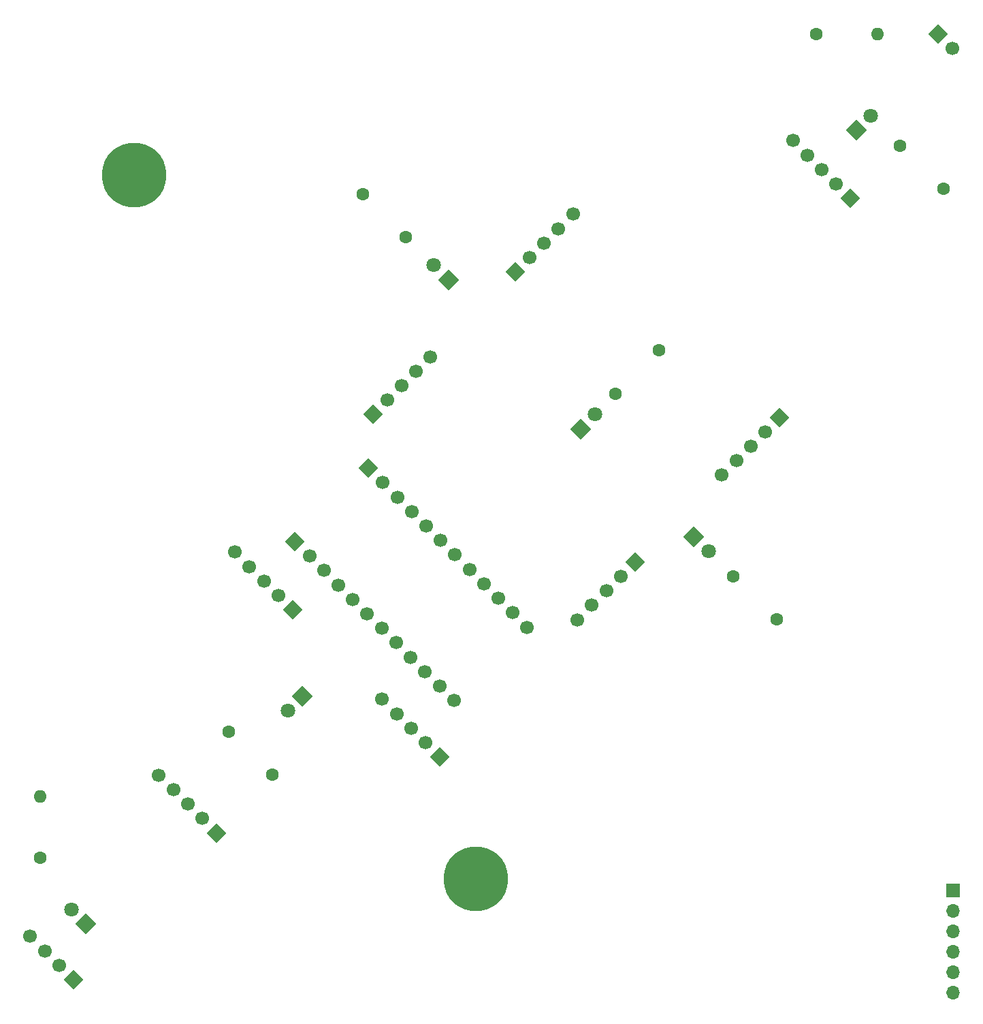
<source format=gbr>
%TF.GenerationSoftware,KiCad,Pcbnew,8.0.1*%
%TF.CreationDate,2024-04-24T16:38:57-04:00*%
%TF.ProjectId,RGBsensorBoard,52474273-656e-4736-9f72-426f6172642e,rev?*%
%TF.SameCoordinates,Original*%
%TF.FileFunction,Soldermask,Top*%
%TF.FilePolarity,Negative*%
%FSLAX46Y46*%
G04 Gerber Fmt 4.6, Leading zero omitted, Abs format (unit mm)*
G04 Created by KiCad (PCBNEW 8.0.1) date 2024-04-24 16:38:57*
%MOMM*%
%LPD*%
G01*
G04 APERTURE LIST*
G04 Aperture macros list*
%AMHorizOval*
0 Thick line with rounded ends*
0 $1 width*
0 $2 $3 position (X,Y) of the first rounded end (center of the circle)*
0 $4 $5 position (X,Y) of the second rounded end (center of the circle)*
0 Add line between two ends*
20,1,$1,$2,$3,$4,$5,0*
0 Add two circle primitives to create the rounded ends*
1,1,$1,$2,$3*
1,1,$1,$4,$5*%
%AMRotRect*
0 Rectangle, with rotation*
0 The origin of the aperture is its center*
0 $1 length*
0 $2 width*
0 $3 Rotation angle, in degrees counterclockwise*
0 Add horizontal line*
21,1,$1,$2,0,0,$3*%
G04 Aperture macros list end*
%ADD10RotRect,1.700000X1.700000X45.000000*%
%ADD11HorizOval,1.700000X0.000000X0.000000X0.000000X0.000000X0*%
%ADD12R,1.700000X1.700000*%
%ADD13O,1.700000X1.700000*%
%ADD14C,1.600000*%
%ADD15O,1.600000X1.600000*%
%ADD16HorizOval,1.700000X0.000000X0.000000X0.000000X0.000000X0*%
%ADD17RotRect,1.700000X1.700000X225.000000*%
%ADD18C,4.400000*%
%ADD19C,8.000000*%
%ADD20HorizOval,1.600000X0.000000X0.000000X0.000000X0.000000X0*%
%ADD21HorizOval,1.600000X0.000000X0.000000X0.000000X0.000000X0*%
%ADD22HorizOval,1.700000X0.000000X0.000000X0.000000X0.000000X0*%
%ADD23RotRect,1.700000X1.700000X315.000000*%
%ADD24RotRect,1.700000X1.700000X135.000000*%
%ADD25HorizOval,1.700000X0.000000X0.000000X0.000000X0.000000X0*%
%ADD26RotRect,1.800000X1.800000X45.000000*%
%ADD27C,1.800000*%
%ADD28RotRect,1.800000X1.800000X135.000000*%
%ADD29RotRect,1.800000X1.800000X315.000000*%
%ADD30RotRect,1.800000X1.800000X225.000000*%
G04 APERTURE END LIST*
D10*
%TO.C,C3*%
X25000000Y-135000000D03*
D11*
X23203949Y-133203949D03*
X21407898Y-131407898D03*
X19611846Y-129611846D03*
%TD*%
D12*
%TO.C,J11*%
X134356656Y-123918482D03*
D13*
X134356656Y-126458482D03*
X134356656Y-128998482D03*
X134356656Y-131538482D03*
X134356656Y-134078482D03*
X134356656Y-136618482D03*
%TD*%
D14*
%TO.C,R6*%
X117380000Y-17500000D03*
D15*
X125000000Y-17500000D03*
%TD*%
D16*
%TO.C,C1*%
X134296051Y-19296051D03*
D17*
X132500000Y-17500000D03*
%TD*%
D18*
%TO.C,hole2*%
X32500000Y-35000000D03*
D19*
X32500000Y-35000000D03*
%TD*%
D18*
%TO.C,hole*%
X75000000Y-122500000D03*
D19*
X75000000Y-122500000D03*
%TD*%
D14*
%TO.C,R6*%
X92418153Y-62172794D03*
D20*
X97806307Y-56784640D03*
%TD*%
D14*
%TO.C,R5*%
X20866018Y-119857260D03*
D15*
X20866018Y-112237260D03*
%TD*%
D14*
%TO.C,R4*%
X60951901Y-37339204D03*
D21*
X66340055Y-42727358D03*
%TD*%
D14*
%TO.C,R3*%
X107048192Y-84849708D03*
D21*
X112436346Y-90237862D03*
%TD*%
D14*
%TO.C,R2*%
X127773492Y-31328796D03*
D21*
X133161646Y-36716950D03*
%TD*%
D14*
%TO.C,R1*%
X44334892Y-104160794D03*
D21*
X49723046Y-109548948D03*
%TD*%
D11*
%TO.C,J10*%
X72300965Y-100307062D03*
X70504914Y-98511011D03*
X68708863Y-96714960D03*
X66912812Y-94918909D03*
X65116761Y-93122858D03*
X63320709Y-91326806D03*
X61524658Y-89530755D03*
X59728607Y-87734704D03*
X57932556Y-85938653D03*
X56136504Y-84142601D03*
X54340453Y-82346550D03*
D10*
X52544402Y-80550499D03*
%TD*%
%TO.C,J9*%
X61666079Y-71428821D03*
D11*
X63462130Y-73224872D03*
X65258181Y-75020923D03*
X67054233Y-76816975D03*
X68850284Y-78613026D03*
X70646335Y-80409077D03*
X72442386Y-82205128D03*
X74238438Y-84001180D03*
X76034489Y-85797231D03*
X77830540Y-87593282D03*
X79626591Y-89389333D03*
X81422642Y-91185384D03*
%TD*%
D16*
%TO.C,J8*%
X35602123Y-109570161D03*
X37398174Y-111366212D03*
X39194226Y-113162264D03*
X40990277Y-114958315D03*
D10*
X42786328Y-116754366D03*
%TD*%
D16*
%TO.C,J7*%
X114444529Y-30727755D03*
X116240580Y-32523806D03*
X118036632Y-34319858D03*
X119832683Y-36115909D03*
D17*
X121628734Y-37911960D03*
%TD*%
%TO.C,J6*%
X70561482Y-107335704D03*
D16*
X68765431Y-105539653D03*
X66969380Y-103743602D03*
X65173328Y-101947550D03*
X63377277Y-100151499D03*
%TD*%
D17*
%TO.C,J5*%
X52261559Y-89035780D03*
D16*
X50465508Y-87239729D03*
X48669457Y-85443678D03*
X46873405Y-83647626D03*
X45077354Y-81851575D03*
%TD*%
D22*
%TO.C,J4*%
X87659324Y-90266146D03*
X89455375Y-88470095D03*
X91251427Y-86674043D03*
X93047478Y-84877992D03*
D23*
X94843529Y-83081941D03*
%TD*%
D24*
%TO.C,J3*%
X62210551Y-64760805D03*
D25*
X64006602Y-62964754D03*
X65802653Y-61168703D03*
X67598705Y-59372651D03*
X69394756Y-57576600D03*
%TD*%
%TO.C,J2*%
X87100710Y-39870646D03*
X85304659Y-41666697D03*
X83508607Y-43462749D03*
X81712556Y-45258800D03*
D24*
X79916505Y-47054851D03*
%TD*%
D23*
%TO.C,J1*%
X112818184Y-65107287D03*
D22*
X111022133Y-66903338D03*
X109226082Y-68699389D03*
X107430030Y-70495441D03*
X105633979Y-72291492D03*
%TD*%
D26*
%TO.C,D6*%
X88041162Y-66549785D03*
D27*
X89837213Y-64753734D03*
%TD*%
D28*
%TO.C,D5*%
X26522872Y-128068075D03*
D27*
X24726821Y-126272024D03*
%TD*%
D26*
%TO.C,D4*%
X122335841Y-29426679D03*
D27*
X124131892Y-27630628D03*
%TD*%
D29*
%TO.C,D3*%
X102155013Y-79956529D03*
D27*
X103951064Y-81752580D03*
%TD*%
D28*
%TO.C,D2*%
X71618607Y-48005909D03*
D27*
X69822556Y-46209858D03*
%TD*%
D30*
%TO.C,D1*%
X53421214Y-99755519D03*
D27*
X51625163Y-101551570D03*
%TD*%
M02*

</source>
